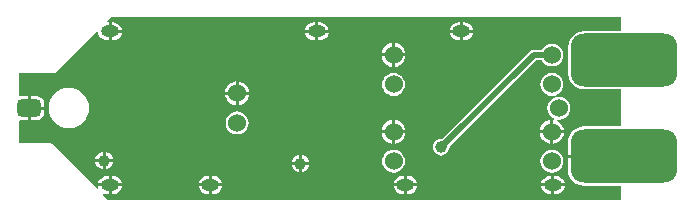
<source format=gbr>
%TF.GenerationSoftware,Altium Limited,Altium Designer,18.1.7 (191)*%
G04 Layer_Physical_Order=2*
G04 Layer_Color=16711680*
%FSLAX45Y45*%
%MOMM*%
%TF.FileFunction,Copper,L2,Bot,Signal*%
%TF.Part,Single*%
G01*
G75*
%TA.AperFunction,Conductor*%
%ADD20C,0.50000*%
%TA.AperFunction,ViaPad*%
%ADD23O,1.50000X1.00000*%
%TA.AperFunction,ComponentPad*%
%ADD24C,1.52400*%
G04:AMPARAMS|DCode=25|XSize=9mm|YSize=4.5mm|CornerRadius=1.125mm|HoleSize=0mm|Usage=FLASHONLY|Rotation=0.000|XOffset=0mm|YOffset=0mm|HoleType=Round|Shape=RoundedRectangle|*
%AMROUNDEDRECTD25*
21,1,9.00000,2.25000,0,0,0.0*
21,1,6.75000,4.50000,0,0,0.0*
1,1,2.25000,3.37500,-1.12500*
1,1,2.25000,-3.37500,-1.12500*
1,1,2.25000,-3.37500,1.12500*
1,1,2.25000,3.37500,1.12500*
%
%ADD25ROUNDEDRECTD25*%
%TA.AperFunction,ViaPad*%
%ADD26C,1.00000*%
%TA.AperFunction,SMDPad,CuDef*%
G04:AMPARAMS|DCode=27|XSize=1.5mm|YSize=2mm|CornerRadius=0.375mm|HoleSize=0mm|Usage=FLASHONLY|Rotation=90.000|XOffset=0mm|YOffset=0mm|HoleType=Round|Shape=RoundedRectangle|*
%AMROUNDEDRECTD27*
21,1,1.50000,1.25000,0,0,90.0*
21,1,0.75000,2.00000,0,0,90.0*
1,1,0.75000,0.62500,0.37500*
1,1,0.75000,0.62500,-0.37500*
1,1,0.75000,-0.62500,-0.37500*
1,1,0.75000,-0.62500,0.37500*
%
%ADD27ROUNDEDRECTD27*%
G36*
X-25488Y652143D02*
X-337500D01*
X-372089Y647589D01*
X-404322Y634238D01*
X-432000Y613000D01*
X-453238Y585321D01*
X-466589Y553089D01*
X-471143Y518500D01*
Y293500D01*
X-466589Y258910D01*
X-453238Y226678D01*
X-432000Y199000D01*
X-404322Y177761D01*
X-372089Y164410D01*
X-337500Y159856D01*
X-25488D01*
Y-154410D01*
X-337500D01*
X-373499Y-159150D01*
X-407045Y-173045D01*
X-435851Y-195149D01*
X-457955Y-223955D01*
X-471850Y-257501D01*
X-476590Y-293500D01*
Y-393300D01*
X0D01*
Y-418700D01*
X-476590D01*
Y-518500D01*
X-471850Y-554499D01*
X-457955Y-588045D01*
X-435851Y-616852D01*
X-407045Y-638956D01*
X-373499Y-652851D01*
X-337500Y-657590D01*
X-25488D01*
Y-774512D01*
X-4364442Y-774512D01*
X-4406744Y-732210D01*
X-4399550Y-721444D01*
X-4394683Y-723459D01*
X-4375000Y-726051D01*
X-4362700D01*
Y-662700D01*
X-4449379D01*
X-4448459Y-669683D01*
X-4446443Y-674550D01*
X-4457210Y-681744D01*
X-4831976Y-306977D01*
X-4840246Y-301452D01*
X-4850000Y-299512D01*
X-5124511D01*
Y-109208D01*
X-5111811Y-98785D01*
X-5097500Y-101632D01*
X-5047700D01*
Y0D01*
Y101632D01*
X-5097500D01*
X-5111811Y98785D01*
X-5124511Y109208D01*
Y299511D01*
X-4825001D01*
X-4815246Y301452D01*
X-4806977Y306977D01*
X-4462921Y651032D01*
X-4450462Y645531D01*
X-4448459Y630316D01*
X-4440862Y611975D01*
X-4428776Y596224D01*
X-4413025Y584138D01*
X-4394683Y576541D01*
X-4375000Y573949D01*
X-4362700D01*
Y650000D01*
Y726051D01*
X-4369942D01*
X-4375346Y738607D01*
X-4339442Y774511D01*
X-25488Y774512D01*
Y652143D01*
D02*
G37*
%LPC*%
G36*
X-1350000Y726051D02*
X-1362300D01*
Y662700D01*
X-1275621D01*
X-1276541Y669683D01*
X-1284138Y688025D01*
X-1296224Y703776D01*
X-1311975Y715862D01*
X-1330317Y723459D01*
X-1350000Y726051D01*
D02*
G37*
G36*
X-1387700D02*
X-1400000D01*
X-1419683Y723459D01*
X-1438025Y715862D01*
X-1453776Y703776D01*
X-1465862Y688025D01*
X-1473459Y669683D01*
X-1474379Y662700D01*
X-1387700D01*
Y726051D01*
D02*
G37*
G36*
X-2575000D02*
X-2587300D01*
Y662700D01*
X-2500621D01*
X-2501541Y669683D01*
X-2509138Y688025D01*
X-2521224Y703776D01*
X-2536975Y715862D01*
X-2555316Y723459D01*
X-2575000Y726051D01*
D02*
G37*
G36*
X-2612700D02*
X-2625000D01*
X-2644683Y723459D01*
X-2663025Y715862D01*
X-2678776Y703776D01*
X-2690862Y688025D01*
X-2698459Y669683D01*
X-2699379Y662700D01*
X-2612700D01*
Y726051D01*
D02*
G37*
G36*
X-4325000D02*
X-4337300D01*
Y662700D01*
X-4250621D01*
X-4251541Y669683D01*
X-4259138Y688025D01*
X-4271224Y703776D01*
X-4286975Y715862D01*
X-4305317Y723459D01*
X-4325000Y726051D01*
D02*
G37*
G36*
X-1275621Y637300D02*
X-1362300D01*
Y573949D01*
X-1350000D01*
X-1330317Y576541D01*
X-1311975Y584138D01*
X-1296224Y596224D01*
X-1284138Y611975D01*
X-1276541Y630316D01*
X-1275621Y637300D01*
D02*
G37*
G36*
X-1387700D02*
X-1474379D01*
X-1473459Y630316D01*
X-1465862Y611975D01*
X-1453776Y596224D01*
X-1438025Y584138D01*
X-1419683Y576541D01*
X-1400000Y573949D01*
X-1387700D01*
Y637300D01*
D02*
G37*
G36*
X-2500621D02*
X-2587300D01*
Y573949D01*
X-2575000D01*
X-2555316Y576541D01*
X-2536975Y584138D01*
X-2521224Y596224D01*
X-2509138Y611975D01*
X-2501541Y630316D01*
X-2500621Y637300D01*
D02*
G37*
G36*
X-2612700D02*
X-2699379D01*
X-2698459Y630316D01*
X-2690862Y611975D01*
X-2678776Y596224D01*
X-2663025Y584138D01*
X-2644683Y576541D01*
X-2625000Y573949D01*
X-2612700D01*
Y637300D01*
D02*
G37*
G36*
X-4250621D02*
X-4337300D01*
Y573949D01*
X-4325000D01*
X-4305317Y576541D01*
X-4286975Y584138D01*
X-4271224Y596224D01*
X-4259138Y611975D01*
X-4251541Y630316D01*
X-4250621Y637300D01*
D02*
G37*
G36*
X-1937300Y550805D02*
Y462700D01*
X-1849195D01*
X-1851015Y476523D01*
X-1861252Y501238D01*
X-1877538Y522462D01*
X-1898762Y538747D01*
X-1923477Y548985D01*
X-1937300Y550805D01*
D02*
G37*
G36*
X-1962700D02*
X-1976523Y548985D01*
X-2001238Y538747D01*
X-2022462Y522462D01*
X-2038748Y501238D01*
X-2048985Y476523D01*
X-2050805Y462700D01*
X-1962700D01*
Y550805D01*
D02*
G37*
G36*
X-610000Y547030D02*
X-635113Y543724D01*
X-658515Y534030D01*
X-678611Y518610D01*
X-694031Y498515D01*
X-695121Y495881D01*
X-764900D01*
X-782458Y492389D01*
X-797343Y482443D01*
X-1541148Y-261362D01*
X-1546200Y-260696D01*
X-1564473Y-263102D01*
X-1581502Y-270156D01*
X-1596124Y-281376D01*
X-1607345Y-295998D01*
X-1614398Y-313027D01*
X-1616804Y-331300D01*
X-1614398Y-349574D01*
X-1607345Y-366602D01*
X-1596124Y-381225D01*
X-1581502Y-392445D01*
X-1564473Y-399498D01*
X-1546200Y-401904D01*
X-1527926Y-399498D01*
X-1510898Y-392445D01*
X-1496275Y-381225D01*
X-1485055Y-366602D01*
X-1478002Y-349574D01*
X-1475596Y-331300D01*
X-1476261Y-326248D01*
X-745895Y404118D01*
X-695121D01*
X-694031Y401485D01*
X-678611Y381389D01*
X-658515Y365969D01*
X-635113Y356276D01*
X-610000Y352970D01*
X-584887Y356276D01*
X-561485Y365969D01*
X-541390Y381389D01*
X-525969Y401485D01*
X-516276Y424887D01*
X-512970Y450000D01*
X-516276Y475113D01*
X-525969Y498515D01*
X-541390Y518610D01*
X-561485Y534030D01*
X-584887Y543724D01*
X-610000Y547030D01*
D02*
G37*
G36*
X-1849195Y437300D02*
X-1937300D01*
Y349195D01*
X-1923477Y351015D01*
X-1898762Y361252D01*
X-1877538Y377538D01*
X-1861252Y398761D01*
X-1851015Y423477D01*
X-1849195Y437300D01*
D02*
G37*
G36*
X-1962700D02*
X-2050805D01*
X-2048985Y423477D01*
X-2038748Y398761D01*
X-2022462Y377538D01*
X-2001238Y361252D01*
X-1976523Y351015D01*
X-1962700Y349195D01*
Y437300D01*
D02*
G37*
G36*
X-3262300Y225805D02*
Y137700D01*
X-3174195D01*
X-3176015Y151523D01*
X-3186252Y176238D01*
X-3202538Y197462D01*
X-3223762Y213747D01*
X-3248477Y223985D01*
X-3262300Y225805D01*
D02*
G37*
G36*
X-3287700D02*
X-3301523Y223985D01*
X-3326238Y213747D01*
X-3347462Y197462D01*
X-3363748Y176238D01*
X-3373985Y151523D01*
X-3375805Y137700D01*
X-3287700D01*
Y225805D01*
D02*
G37*
G36*
X-610000Y297030D02*
X-635113Y293724D01*
X-658515Y284030D01*
X-678611Y268610D01*
X-694031Y248515D01*
X-703724Y225113D01*
X-707030Y200000D01*
X-703724Y174887D01*
X-694031Y151485D01*
X-678611Y131389D01*
X-658515Y115969D01*
X-635113Y106276D01*
X-610000Y102970D01*
X-584887Y106276D01*
X-561485Y115969D01*
X-541390Y131389D01*
X-525969Y151485D01*
X-516276Y174887D01*
X-512970Y200000D01*
X-516276Y225113D01*
X-525969Y248515D01*
X-541390Y268610D01*
X-561485Y284030D01*
X-584887Y293724D01*
X-610000Y297030D01*
D02*
G37*
G36*
X-1950000D02*
X-1975113Y293724D01*
X-1998515Y284030D01*
X-2018610Y268610D01*
X-2034030Y248515D01*
X-2043724Y225113D01*
X-2047030Y200000D01*
X-2043724Y174887D01*
X-2034030Y151485D01*
X-2018610Y131389D01*
X-1998515Y115969D01*
X-1975113Y106276D01*
X-1950000Y102970D01*
X-1924887Y106276D01*
X-1901485Y115969D01*
X-1881389Y131389D01*
X-1865969Y151485D01*
X-1856276Y174887D01*
X-1852970Y200000D01*
X-1856276Y225113D01*
X-1865969Y248515D01*
X-1881389Y268610D01*
X-1901485Y284030D01*
X-1924887Y293724D01*
X-1950000Y297030D01*
D02*
G37*
G36*
X-3174195Y112300D02*
X-3262300D01*
Y24195D01*
X-3248477Y26015D01*
X-3223762Y36252D01*
X-3202538Y52538D01*
X-3186252Y73761D01*
X-3176015Y98477D01*
X-3174195Y112300D01*
D02*
G37*
G36*
X-3287700D02*
X-3375805D01*
X-3373985Y98477D01*
X-3363748Y73761D01*
X-3347462Y52538D01*
X-3326238Y36252D01*
X-3301523Y26015D01*
X-3287700Y24195D01*
Y112300D01*
D02*
G37*
G36*
X-4972500Y101632D02*
X-5022300D01*
Y12700D01*
X-4908368D01*
Y37500D01*
X-4913250Y62042D01*
X-4927152Y82848D01*
X-4947958Y96750D01*
X-4972500Y101632D01*
D02*
G37*
G36*
X-550000Y97030D02*
X-575113Y93723D01*
X-598515Y84030D01*
X-618610Y68610D01*
X-634030Y48515D01*
X-643724Y25113D01*
X-647030Y-0D01*
X-643724Y-25113D01*
X-634030Y-48515D01*
X-618610Y-68611D01*
X-598515Y-84031D01*
X-590747Y-87248D01*
X-594062Y-99622D01*
X-597301Y-99195D01*
Y-187300D01*
X-509195D01*
X-511015Y-173477D01*
X-521252Y-148762D01*
X-537538Y-127538D01*
X-558762Y-111253D01*
X-567843Y-107491D01*
X-564528Y-95118D01*
X-550000Y-97030D01*
X-524887Y-93724D01*
X-501485Y-84031D01*
X-481389Y-68611D01*
X-465969Y-48515D01*
X-456276Y-25113D01*
X-452970Y-0D01*
X-456276Y25113D01*
X-465969Y48515D01*
X-481389Y68610D01*
X-501485Y84030D01*
X-524887Y93723D01*
X-550000Y97030D01*
D02*
G37*
G36*
X-4908368Y-12700D02*
X-5022300D01*
Y-101632D01*
X-4972500D01*
X-4947958Y-96750D01*
X-4927152Y-82848D01*
X-4913250Y-62042D01*
X-4908368Y-37500D01*
Y-12700D01*
D02*
G37*
G36*
X-4700000Y170822D02*
X-4733326Y167540D01*
X-4765371Y157819D01*
X-4794904Y142033D01*
X-4820790Y120789D01*
X-4842033Y94904D01*
X-4857819Y65371D01*
X-4867540Y33326D01*
X-4870822Y-0D01*
X-4867540Y-33326D01*
X-4857819Y-65371D01*
X-4842033Y-94904D01*
X-4820790Y-120790D01*
X-4794904Y-142034D01*
X-4765371Y-157820D01*
X-4733326Y-167540D01*
X-4700000Y-170823D01*
X-4666674Y-167540D01*
X-4634629Y-157820D01*
X-4605096Y-142034D01*
X-4579210Y-120790D01*
X-4557966Y-94904D01*
X-4542181Y-65371D01*
X-4532460Y-33326D01*
X-4529178Y-0D01*
X-4532460Y33326D01*
X-4542181Y65371D01*
X-4557966Y94904D01*
X-4579210Y120789D01*
X-4605096Y142033D01*
X-4634629Y157819D01*
X-4666674Y167540D01*
X-4700000Y170822D01*
D02*
G37*
G36*
X-1937300Y-99195D02*
Y-187300D01*
X-1849195D01*
X-1851015Y-173477D01*
X-1861252Y-148762D01*
X-1877538Y-127538D01*
X-1898762Y-111253D01*
X-1923477Y-101015D01*
X-1937300Y-99195D01*
D02*
G37*
G36*
X-622701Y-99195D02*
X-636523Y-101015D01*
X-661238Y-111253D01*
X-682462Y-127538D01*
X-698748Y-148762D01*
X-708985Y-173477D01*
X-710805Y-187300D01*
X-622701D01*
Y-99195D01*
D02*
G37*
G36*
X-1962700Y-99195D02*
X-1976523Y-101015D01*
X-2001238Y-111253D01*
X-2022462Y-127538D01*
X-2038748Y-148762D01*
X-2048985Y-173477D01*
X-2050805Y-187300D01*
X-1962700D01*
Y-99195D01*
D02*
G37*
G36*
X-3275000Y-27970D02*
X-3300113Y-31277D01*
X-3323515Y-40970D01*
X-3343611Y-56390D01*
X-3359031Y-76485D01*
X-3368724Y-99887D01*
X-3372030Y-125000D01*
X-3368724Y-150113D01*
X-3359031Y-173515D01*
X-3343611Y-193611D01*
X-3323515Y-209031D01*
X-3300113Y-218724D01*
X-3275000Y-222030D01*
X-3249887Y-218724D01*
X-3226485Y-209031D01*
X-3206390Y-193611D01*
X-3190969Y-173515D01*
X-3181276Y-150113D01*
X-3177970Y-125000D01*
X-3181276Y-99887D01*
X-3190969Y-76485D01*
X-3206390Y-56390D01*
X-3226485Y-40970D01*
X-3249887Y-31277D01*
X-3275000Y-27970D01*
D02*
G37*
G36*
X-622701Y-212700D02*
X-710805D01*
X-708985Y-226523D01*
X-698748Y-251239D01*
X-682462Y-272462D01*
X-661238Y-288748D01*
X-636523Y-298985D01*
X-622701Y-300805D01*
Y-212700D01*
D02*
G37*
G36*
X-1849195D02*
X-1937300D01*
Y-300805D01*
X-1923477Y-298985D01*
X-1898762Y-288748D01*
X-1877538Y-272462D01*
X-1861252Y-251239D01*
X-1851015Y-226523D01*
X-1849195Y-212700D01*
D02*
G37*
G36*
X-1962700D02*
X-2050805D01*
X-2048985Y-226523D01*
X-2038748Y-251239D01*
X-2022462Y-272462D01*
X-2001238Y-288748D01*
X-1976523Y-298985D01*
X-1962700Y-300805D01*
Y-212700D01*
D02*
G37*
G36*
X-509195D02*
X-597301D01*
Y-300805D01*
X-583477Y-298985D01*
X-558762Y-288748D01*
X-537538Y-272462D01*
X-521252Y-251239D01*
X-511015Y-226523D01*
X-509195Y-212700D01*
D02*
G37*
G36*
X-4387300Y-370621D02*
Y-432300D01*
X-4325621D01*
X-4326541Y-425316D01*
X-4334138Y-406975D01*
X-4346224Y-391224D01*
X-4361975Y-379138D01*
X-4380317Y-371541D01*
X-4387300Y-370621D01*
D02*
G37*
G36*
X-4412700D02*
X-4419684Y-371541D01*
X-4438025Y-379138D01*
X-4453776Y-391224D01*
X-4465862Y-406975D01*
X-4473459Y-425316D01*
X-4474379Y-432300D01*
X-4412700D01*
Y-370621D01*
D02*
G37*
G36*
X-2726295Y-395622D02*
Y-457300D01*
X-2664616D01*
X-2665536Y-450317D01*
X-2673134Y-431975D01*
X-2685219Y-416224D01*
X-2700970Y-404139D01*
X-2719312Y-396541D01*
X-2726295Y-395622D01*
D02*
G37*
G36*
X-2751695D02*
X-2758679Y-396541D01*
X-2777021Y-404139D01*
X-2792771Y-416224D01*
X-2804857Y-431975D01*
X-2812455Y-450317D01*
X-2813374Y-457300D01*
X-2751695D01*
Y-395622D01*
D02*
G37*
G36*
X-4325621Y-457700D02*
X-4387300D01*
Y-519379D01*
X-4380317Y-518459D01*
X-4361975Y-510862D01*
X-4346224Y-498776D01*
X-4334138Y-483025D01*
X-4326541Y-464683D01*
X-4325621Y-457700D01*
D02*
G37*
G36*
X-4412700D02*
X-4474379D01*
X-4473459Y-464683D01*
X-4465862Y-483025D01*
X-4453776Y-498776D01*
X-4438025Y-510862D01*
X-4419684Y-518459D01*
X-4412700Y-519379D01*
Y-457700D01*
D02*
G37*
G36*
X-2664616Y-482700D02*
X-2726295D01*
Y-544379D01*
X-2719312Y-543460D01*
X-2700970Y-535862D01*
X-2685219Y-523776D01*
X-2673134Y-508026D01*
X-2665536Y-489684D01*
X-2664616Y-482700D01*
D02*
G37*
G36*
X-2751695D02*
X-2813374D01*
X-2812455Y-489684D01*
X-2804857Y-508026D01*
X-2792771Y-523776D01*
X-2777021Y-535862D01*
X-2758679Y-543460D01*
X-2751695Y-544379D01*
Y-482700D01*
D02*
G37*
G36*
X-610000Y-352970D02*
X-635113Y-356276D01*
X-658515Y-365970D01*
X-678611Y-381390D01*
X-694031Y-401485D01*
X-703724Y-424887D01*
X-707030Y-450000D01*
X-703724Y-475113D01*
X-694031Y-498515D01*
X-678611Y-518611D01*
X-658515Y-534031D01*
X-635113Y-543724D01*
X-610000Y-547030D01*
X-584887Y-543724D01*
X-561485Y-534031D01*
X-541390Y-518611D01*
X-525969Y-498515D01*
X-516276Y-475113D01*
X-512970Y-450000D01*
X-516276Y-424887D01*
X-525969Y-401485D01*
X-541390Y-381390D01*
X-561485Y-365970D01*
X-584887Y-356276D01*
X-610000Y-352970D01*
D02*
G37*
G36*
X-1950000D02*
X-1975113Y-356276D01*
X-1998515Y-365970D01*
X-2018610Y-381390D01*
X-2034030Y-401485D01*
X-2043724Y-424887D01*
X-2047030Y-450000D01*
X-2043724Y-475113D01*
X-2034030Y-498515D01*
X-2018610Y-518611D01*
X-1998515Y-534031D01*
X-1975113Y-543724D01*
X-1950000Y-547030D01*
X-1924887Y-543724D01*
X-1901485Y-534031D01*
X-1881389Y-518611D01*
X-1865969Y-498515D01*
X-1856276Y-475113D01*
X-1852970Y-450000D01*
X-1856276Y-424887D01*
X-1865969Y-401485D01*
X-1881389Y-381390D01*
X-1901485Y-365970D01*
X-1924887Y-356276D01*
X-1950000Y-352970D01*
D02*
G37*
G36*
X-575000Y-573949D02*
X-587300D01*
Y-637300D01*
X-500621D01*
X-501541Y-630316D01*
X-509138Y-611975D01*
X-521224Y-596224D01*
X-536975Y-584138D01*
X-555317Y-576541D01*
X-575000Y-573949D01*
D02*
G37*
G36*
X-612700D02*
X-625000D01*
X-644683Y-576541D01*
X-663025Y-584138D01*
X-678776Y-596224D01*
X-690862Y-611975D01*
X-698459Y-630316D01*
X-699379Y-637300D01*
X-612700D01*
Y-573949D01*
D02*
G37*
G36*
X-1825000D02*
X-1837300D01*
Y-637300D01*
X-1750621D01*
X-1751541Y-630316D01*
X-1759138Y-611975D01*
X-1771224Y-596224D01*
X-1786975Y-584138D01*
X-1805317Y-576541D01*
X-1825000Y-573949D01*
D02*
G37*
G36*
X-1862700D02*
X-1875000D01*
X-1894684Y-576541D01*
X-1913025Y-584138D01*
X-1928776Y-596224D01*
X-1940862Y-611975D01*
X-1948459Y-630316D01*
X-1949379Y-637300D01*
X-1862700D01*
Y-573949D01*
D02*
G37*
G36*
X-3475000D02*
X-3487300D01*
Y-637300D01*
X-3400621D01*
X-3401541Y-630316D01*
X-3409138Y-611975D01*
X-3421224Y-596224D01*
X-3436975Y-584138D01*
X-3455317Y-576541D01*
X-3475000Y-573949D01*
D02*
G37*
G36*
X-3512700D02*
X-3525000D01*
X-3544684Y-576541D01*
X-3563025Y-584138D01*
X-3578776Y-596224D01*
X-3590862Y-611975D01*
X-3598459Y-630316D01*
X-3599379Y-637300D01*
X-3512700D01*
Y-573949D01*
D02*
G37*
G36*
X-4325000D02*
X-4337300D01*
Y-637300D01*
X-4250621D01*
X-4251541Y-630316D01*
X-4259138Y-611975D01*
X-4271224Y-596224D01*
X-4286975Y-584138D01*
X-4305317Y-576541D01*
X-4325000Y-573949D01*
D02*
G37*
G36*
X-4362700D02*
X-4375000D01*
X-4394683Y-576541D01*
X-4413025Y-584138D01*
X-4428776Y-596224D01*
X-4440862Y-611975D01*
X-4448459Y-630316D01*
X-4449379Y-637300D01*
X-4362700D01*
Y-573949D01*
D02*
G37*
G36*
X-500621Y-662700D02*
X-587300D01*
Y-726051D01*
X-575000D01*
X-555317Y-723459D01*
X-536975Y-715862D01*
X-521224Y-703776D01*
X-509138Y-688025D01*
X-501541Y-669683D01*
X-500621Y-662700D01*
D02*
G37*
G36*
X-612700D02*
X-699379D01*
X-698459Y-669683D01*
X-690862Y-688025D01*
X-678776Y-703776D01*
X-663025Y-715862D01*
X-644683Y-723459D01*
X-625000Y-726051D01*
X-612700D01*
Y-662700D01*
D02*
G37*
G36*
X-1750621D02*
X-1837300D01*
Y-726051D01*
X-1825000D01*
X-1805317Y-723459D01*
X-1786975Y-715862D01*
X-1771224Y-703776D01*
X-1759138Y-688025D01*
X-1751541Y-669683D01*
X-1750621Y-662700D01*
D02*
G37*
G36*
X-1862700D02*
X-1949379D01*
X-1948459Y-669683D01*
X-1940862Y-688025D01*
X-1928776Y-703776D01*
X-1913025Y-715862D01*
X-1894684Y-723459D01*
X-1875000Y-726051D01*
X-1862700D01*
Y-662700D01*
D02*
G37*
G36*
X-3400621D02*
X-3487300D01*
Y-726051D01*
X-3475000D01*
X-3455317Y-723459D01*
X-3436975Y-715862D01*
X-3421224Y-703776D01*
X-3409138Y-688025D01*
X-3401541Y-669683D01*
X-3400621Y-662700D01*
D02*
G37*
G36*
X-3512700D02*
X-3599379D01*
X-3598459Y-669683D01*
X-3590862Y-688025D01*
X-3578776Y-703776D01*
X-3563025Y-715862D01*
X-3544684Y-723459D01*
X-3525000Y-726051D01*
X-3512700D01*
Y-662700D01*
D02*
G37*
G36*
X-4250621D02*
X-4337300D01*
Y-726051D01*
X-4325000D01*
X-4305317Y-723459D01*
X-4286975Y-715862D01*
X-4271224Y-703776D01*
X-4259138Y-688025D01*
X-4251541Y-669683D01*
X-4250621Y-662700D01*
D02*
G37*
%LPD*%
D20*
X-610000Y450000D02*
X-600000D01*
X-764900D02*
X-610000D01*
X-1546200Y-331300D02*
X-764900Y450000D01*
D23*
X-4350000Y650000D02*
D03*
Y-650000D02*
D03*
X-3500000D02*
D03*
X-2600000Y650000D02*
D03*
X-1850000Y-650000D02*
D03*
X-1375000Y650000D02*
D03*
X-600000Y-650000D02*
D03*
D24*
X-1950000Y-450000D02*
D03*
Y-200000D02*
D03*
X-3275000Y-125000D02*
D03*
Y125000D02*
D03*
X-1950000Y200000D02*
D03*
Y450000D02*
D03*
X-610000Y-200000D02*
D03*
Y-450000D02*
D03*
Y450000D02*
D03*
Y200000D02*
D03*
X-550000Y-0D02*
D03*
D25*
X0Y-406000D02*
D03*
Y406000D02*
D03*
D26*
X-1546200Y-331300D02*
D03*
X-2738995Y-470000D02*
D03*
X-4400000Y-445000D02*
D03*
D27*
X-5035000Y0D02*
D03*
%TF.MD5,2a6f0380f64b77e513949673a49c6fd6*%
M02*

</source>
